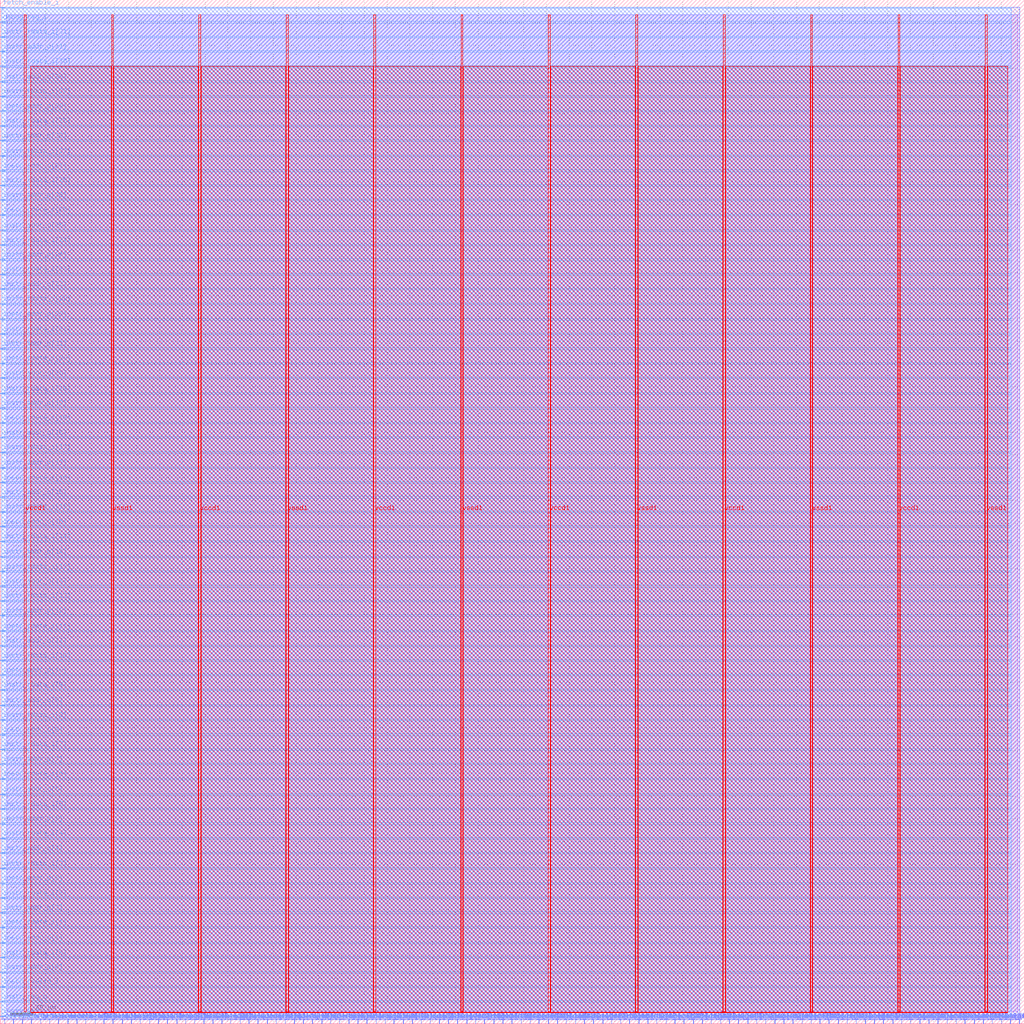
<source format=lef>
VERSION 5.7 ;
  NOWIREEXTENSIONATPIN ON ;
  DIVIDERCHAR "/" ;
  BUSBITCHARS "[]" ;
MACRO flexbex_core
  CLASS BLOCK ;
  FOREIGN flexbex_core ;
  ORIGIN 0.000 0.000 ;
  SIZE 900.000 BY 900.000 ;
  PIN clk_i
    DIRECTION INPUT ;
    USE SIGNAL ;
    PORT
      LAYER met2 ;
        RECT 3.770 0.000 4.050 4.000 ;
    END
  END clk_i
  PIN data_addr_o[0]
    DIRECTION OUTPUT TRISTATE ;
    USE SIGNAL ;
    PORT
      LAYER met2 ;
        RECT 51.150 0.000 51.430 4.000 ;
    END
  END data_addr_o[0]
  PIN data_addr_o[10]
    DIRECTION OUTPUT TRISTATE ;
    USE SIGNAL ;
    PORT
      LAYER met2 ;
        RECT 377.750 0.000 378.030 4.000 ;
    END
  END data_addr_o[10]
  PIN data_addr_o[11]
    DIRECTION OUTPUT TRISTATE ;
    USE SIGNAL ;
    PORT
      LAYER met2 ;
        RECT 401.670 0.000 401.950 4.000 ;
    END
  END data_addr_o[11]
  PIN data_addr_o[12]
    DIRECTION OUTPUT TRISTATE ;
    USE SIGNAL ;
    PORT
      LAYER met2 ;
        RECT 425.590 0.000 425.870 4.000 ;
    END
  END data_addr_o[12]
  PIN data_addr_o[13]
    DIRECTION OUTPUT TRISTATE ;
    USE SIGNAL ;
    PORT
      LAYER met2 ;
        RECT 449.510 0.000 449.790 4.000 ;
    END
  END data_addr_o[13]
  PIN data_addr_o[14]
    DIRECTION OUTPUT TRISTATE ;
    USE SIGNAL ;
    PORT
      LAYER met2 ;
        RECT 473.430 0.000 473.710 4.000 ;
    END
  END data_addr_o[14]
  PIN data_addr_o[15]
    DIRECTION OUTPUT TRISTATE ;
    USE SIGNAL ;
    PORT
      LAYER met2 ;
        RECT 497.350 0.000 497.630 4.000 ;
    END
  END data_addr_o[15]
  PIN data_addr_o[16]
    DIRECTION OUTPUT TRISTATE ;
    USE SIGNAL ;
    PORT
      LAYER met2 ;
        RECT 521.270 0.000 521.550 4.000 ;
    END
  END data_addr_o[16]
  PIN data_addr_o[17]
    DIRECTION OUTPUT TRISTATE ;
    USE SIGNAL ;
    PORT
      LAYER met2 ;
        RECT 545.190 0.000 545.470 4.000 ;
    END
  END data_addr_o[17]
  PIN data_addr_o[18]
    DIRECTION OUTPUT TRISTATE ;
    USE SIGNAL ;
    PORT
      LAYER met2 ;
        RECT 569.110 0.000 569.390 4.000 ;
    END
  END data_addr_o[18]
  PIN data_addr_o[19]
    DIRECTION OUTPUT TRISTATE ;
    USE SIGNAL ;
    PORT
      LAYER met2 ;
        RECT 593.030 0.000 593.310 4.000 ;
    END
  END data_addr_o[19]
  PIN data_addr_o[1]
    DIRECTION OUTPUT TRISTATE ;
    USE SIGNAL ;
    PORT
      LAYER met2 ;
        RECT 91.170 0.000 91.450 4.000 ;
    END
  END data_addr_o[1]
  PIN data_addr_o[20]
    DIRECTION OUTPUT TRISTATE ;
    USE SIGNAL ;
    PORT
      LAYER met2 ;
        RECT 616.950 0.000 617.230 4.000 ;
    END
  END data_addr_o[20]
  PIN data_addr_o[21]
    DIRECTION OUTPUT TRISTATE ;
    USE SIGNAL ;
    PORT
      LAYER met2 ;
        RECT 640.870 0.000 641.150 4.000 ;
    END
  END data_addr_o[21]
  PIN data_addr_o[22]
    DIRECTION OUTPUT TRISTATE ;
    USE SIGNAL ;
    PORT
      LAYER met2 ;
        RECT 664.790 0.000 665.070 4.000 ;
    END
  END data_addr_o[22]
  PIN data_addr_o[23]
    DIRECTION OUTPUT TRISTATE ;
    USE SIGNAL ;
    PORT
      LAYER met2 ;
        RECT 688.710 0.000 688.990 4.000 ;
    END
  END data_addr_o[23]
  PIN data_addr_o[24]
    DIRECTION OUTPUT TRISTATE ;
    USE SIGNAL ;
    PORT
      LAYER met2 ;
        RECT 712.630 0.000 712.910 4.000 ;
    END
  END data_addr_o[24]
  PIN data_addr_o[25]
    DIRECTION OUTPUT TRISTATE ;
    USE SIGNAL ;
    PORT
      LAYER met2 ;
        RECT 736.550 0.000 736.830 4.000 ;
    END
  END data_addr_o[25]
  PIN data_addr_o[26]
    DIRECTION OUTPUT TRISTATE ;
    USE SIGNAL ;
    PORT
      LAYER met2 ;
        RECT 760.470 0.000 760.750 4.000 ;
    END
  END data_addr_o[26]
  PIN data_addr_o[27]
    DIRECTION OUTPUT TRISTATE ;
    USE SIGNAL ;
    PORT
      LAYER met2 ;
        RECT 784.390 0.000 784.670 4.000 ;
    END
  END data_addr_o[27]
  PIN data_addr_o[28]
    DIRECTION OUTPUT TRISTATE ;
    USE SIGNAL ;
    PORT
      LAYER met2 ;
        RECT 808.310 0.000 808.590 4.000 ;
    END
  END data_addr_o[28]
  PIN data_addr_o[29]
    DIRECTION OUTPUT TRISTATE ;
    USE SIGNAL ;
    PORT
      LAYER met2 ;
        RECT 832.230 0.000 832.510 4.000 ;
    END
  END data_addr_o[29]
  PIN data_addr_o[2]
    DIRECTION OUTPUT TRISTATE ;
    USE SIGNAL ;
    PORT
      LAYER met2 ;
        RECT 131.190 0.000 131.470 4.000 ;
    END
  END data_addr_o[2]
  PIN data_addr_o[30]
    DIRECTION OUTPUT TRISTATE ;
    USE SIGNAL ;
    PORT
      LAYER met2 ;
        RECT 856.150 0.000 856.430 4.000 ;
    END
  END data_addr_o[30]
  PIN data_addr_o[31]
    DIRECTION OUTPUT TRISTATE ;
    USE SIGNAL ;
    PORT
      LAYER met2 ;
        RECT 880.070 0.000 880.350 4.000 ;
    END
  END data_addr_o[31]
  PIN data_addr_o[3]
    DIRECTION OUTPUT TRISTATE ;
    USE SIGNAL ;
    PORT
      LAYER met2 ;
        RECT 170.750 0.000 171.030 4.000 ;
    END
  END data_addr_o[3]
  PIN data_addr_o[4]
    DIRECTION OUTPUT TRISTATE ;
    USE SIGNAL ;
    PORT
      LAYER met2 ;
        RECT 210.770 0.000 211.050 4.000 ;
    END
  END data_addr_o[4]
  PIN data_addr_o[5]
    DIRECTION OUTPUT TRISTATE ;
    USE SIGNAL ;
    PORT
      LAYER met2 ;
        RECT 242.510 0.000 242.790 4.000 ;
    END
  END data_addr_o[5]
  PIN data_addr_o[6]
    DIRECTION OUTPUT TRISTATE ;
    USE SIGNAL ;
    PORT
      LAYER met2 ;
        RECT 274.250 0.000 274.530 4.000 ;
    END
  END data_addr_o[6]
  PIN data_addr_o[7]
    DIRECTION OUTPUT TRISTATE ;
    USE SIGNAL ;
    PORT
      LAYER met2 ;
        RECT 306.450 0.000 306.730 4.000 ;
    END
  END data_addr_o[7]
  PIN data_addr_o[8]
    DIRECTION OUTPUT TRISTATE ;
    USE SIGNAL ;
    PORT
      LAYER met2 ;
        RECT 330.370 0.000 330.650 4.000 ;
    END
  END data_addr_o[8]
  PIN data_addr_o[9]
    DIRECTION OUTPUT TRISTATE ;
    USE SIGNAL ;
    PORT
      LAYER met2 ;
        RECT 354.290 0.000 354.570 4.000 ;
    END
  END data_addr_o[9]
  PIN data_be_o[0]
    DIRECTION OUTPUT TRISTATE ;
    USE SIGNAL ;
    PORT
      LAYER met2 ;
        RECT 59.430 0.000 59.710 4.000 ;
    END
  END data_be_o[0]
  PIN data_be_o[1]
    DIRECTION OUTPUT TRISTATE ;
    USE SIGNAL ;
    PORT
      LAYER met2 ;
        RECT 98.990 0.000 99.270 4.000 ;
    END
  END data_be_o[1]
  PIN data_be_o[2]
    DIRECTION OUTPUT TRISTATE ;
    USE SIGNAL ;
    PORT
      LAYER met2 ;
        RECT 139.010 0.000 139.290 4.000 ;
    END
  END data_be_o[2]
  PIN data_be_o[3]
    DIRECTION OUTPUT TRISTATE ;
    USE SIGNAL ;
    PORT
      LAYER met2 ;
        RECT 179.030 0.000 179.310 4.000 ;
    END
  END data_be_o[3]
  PIN data_gnt_i
    DIRECTION INPUT ;
    USE SIGNAL ;
    PORT
      LAYER met2 ;
        RECT 19.410 0.000 19.690 4.000 ;
    END
  END data_gnt_i
  PIN data_rdata_i[0]
    DIRECTION INPUT ;
    USE SIGNAL ;
    PORT
      LAYER met2 ;
        RECT 67.250 0.000 67.530 4.000 ;
    END
  END data_rdata_i[0]
  PIN data_rdata_i[10]
    DIRECTION INPUT ;
    USE SIGNAL ;
    PORT
      LAYER met2 ;
        RECT 386.030 0.000 386.310 4.000 ;
    END
  END data_rdata_i[10]
  PIN data_rdata_i[11]
    DIRECTION INPUT ;
    USE SIGNAL ;
    PORT
      LAYER met2 ;
        RECT 409.950 0.000 410.230 4.000 ;
    END
  END data_rdata_i[11]
  PIN data_rdata_i[12]
    DIRECTION INPUT ;
    USE SIGNAL ;
    PORT
      LAYER met2 ;
        RECT 433.870 0.000 434.150 4.000 ;
    END
  END data_rdata_i[12]
  PIN data_rdata_i[13]
    DIRECTION INPUT ;
    USE SIGNAL ;
    PORT
      LAYER met2 ;
        RECT 457.790 0.000 458.070 4.000 ;
    END
  END data_rdata_i[13]
  PIN data_rdata_i[14]
    DIRECTION INPUT ;
    USE SIGNAL ;
    PORT
      LAYER met2 ;
        RECT 481.710 0.000 481.990 4.000 ;
    END
  END data_rdata_i[14]
  PIN data_rdata_i[15]
    DIRECTION INPUT ;
    USE SIGNAL ;
    PORT
      LAYER met2 ;
        RECT 505.630 0.000 505.910 4.000 ;
    END
  END data_rdata_i[15]
  PIN data_rdata_i[16]
    DIRECTION INPUT ;
    USE SIGNAL ;
    PORT
      LAYER met2 ;
        RECT 529.550 0.000 529.830 4.000 ;
    END
  END data_rdata_i[16]
  PIN data_rdata_i[17]
    DIRECTION INPUT ;
    USE SIGNAL ;
    PORT
      LAYER met2 ;
        RECT 553.010 0.000 553.290 4.000 ;
    END
  END data_rdata_i[17]
  PIN data_rdata_i[18]
    DIRECTION INPUT ;
    USE SIGNAL ;
    PORT
      LAYER met2 ;
        RECT 576.930 0.000 577.210 4.000 ;
    END
  END data_rdata_i[18]
  PIN data_rdata_i[19]
    DIRECTION INPUT ;
    USE SIGNAL ;
    PORT
      LAYER met2 ;
        RECT 600.850 0.000 601.130 4.000 ;
    END
  END data_rdata_i[19]
  PIN data_rdata_i[1]
    DIRECTION INPUT ;
    USE SIGNAL ;
    PORT
      LAYER met2 ;
        RECT 107.270 0.000 107.550 4.000 ;
    END
  END data_rdata_i[1]
  PIN data_rdata_i[20]
    DIRECTION INPUT ;
    USE SIGNAL ;
    PORT
      LAYER met2 ;
        RECT 624.770 0.000 625.050 4.000 ;
    END
  END data_rdata_i[20]
  PIN data_rdata_i[21]
    DIRECTION INPUT ;
    USE SIGNAL ;
    PORT
      LAYER met2 ;
        RECT 648.690 0.000 648.970 4.000 ;
    END
  END data_rdata_i[21]
  PIN data_rdata_i[22]
    DIRECTION INPUT ;
    USE SIGNAL ;
    PORT
      LAYER met2 ;
        RECT 672.610 0.000 672.890 4.000 ;
    END
  END data_rdata_i[22]
  PIN data_rdata_i[23]
    DIRECTION INPUT ;
    USE SIGNAL ;
    PORT
      LAYER met2 ;
        RECT 696.530 0.000 696.810 4.000 ;
    END
  END data_rdata_i[23]
  PIN data_rdata_i[24]
    DIRECTION INPUT ;
    USE SIGNAL ;
    PORT
      LAYER met2 ;
        RECT 720.450 0.000 720.730 4.000 ;
    END
  END data_rdata_i[24]
  PIN data_rdata_i[25]
    DIRECTION INPUT ;
    USE SIGNAL ;
    PORT
      LAYER met2 ;
        RECT 744.370 0.000 744.650 4.000 ;
    END
  END data_rdata_i[25]
  PIN data_rdata_i[26]
    DIRECTION INPUT ;
    USE SIGNAL ;
    PORT
      LAYER met2 ;
        RECT 768.290 0.000 768.570 4.000 ;
    END
  END data_rdata_i[26]
  PIN data_rdata_i[27]
    DIRECTION INPUT ;
    USE SIGNAL ;
    PORT
      LAYER met2 ;
        RECT 792.210 0.000 792.490 4.000 ;
    END
  END data_rdata_i[27]
  PIN data_rdata_i[28]
    DIRECTION INPUT ;
    USE SIGNAL ;
    PORT
      LAYER met2 ;
        RECT 816.130 0.000 816.410 4.000 ;
    END
  END data_rdata_i[28]
  PIN data_rdata_i[29]
    DIRECTION INPUT ;
    USE SIGNAL ;
    PORT
      LAYER met2 ;
        RECT 840.050 0.000 840.330 4.000 ;
    END
  END data_rdata_i[29]
  PIN data_rdata_i[2]
    DIRECTION INPUT ;
    USE SIGNAL ;
    PORT
      LAYER met2 ;
        RECT 146.830 0.000 147.110 4.000 ;
    END
  END data_rdata_i[2]
  PIN data_rdata_i[30]
    DIRECTION INPUT ;
    USE SIGNAL ;
    PORT
      LAYER met2 ;
        RECT 863.970 0.000 864.250 4.000 ;
    END
  END data_rdata_i[30]
  PIN data_rdata_i[31]
    DIRECTION INPUT ;
    USE SIGNAL ;
    PORT
      LAYER met2 ;
        RECT 887.890 0.000 888.170 4.000 ;
    END
  END data_rdata_i[31]
  PIN data_rdata_i[3]
    DIRECTION INPUT ;
    USE SIGNAL ;
    PORT
      LAYER met2 ;
        RECT 186.850 0.000 187.130 4.000 ;
    END
  END data_rdata_i[3]
  PIN data_rdata_i[4]
    DIRECTION INPUT ;
    USE SIGNAL ;
    PORT
      LAYER met2 ;
        RECT 218.590 0.000 218.870 4.000 ;
    END
  END data_rdata_i[4]
  PIN data_rdata_i[5]
    DIRECTION INPUT ;
    USE SIGNAL ;
    PORT
      LAYER met2 ;
        RECT 250.330 0.000 250.610 4.000 ;
    END
  END data_rdata_i[5]
  PIN data_rdata_i[6]
    DIRECTION INPUT ;
    USE SIGNAL ;
    PORT
      LAYER met2 ;
        RECT 282.530 0.000 282.810 4.000 ;
    END
  END data_rdata_i[6]
  PIN data_rdata_i[7]
    DIRECTION INPUT ;
    USE SIGNAL ;
    PORT
      LAYER met2 ;
        RECT 314.270 0.000 314.550 4.000 ;
    END
  END data_rdata_i[7]
  PIN data_rdata_i[8]
    DIRECTION INPUT ;
    USE SIGNAL ;
    PORT
      LAYER met2 ;
        RECT 338.190 0.000 338.470 4.000 ;
    END
  END data_rdata_i[8]
  PIN data_rdata_i[9]
    DIRECTION INPUT ;
    USE SIGNAL ;
    PORT
      LAYER met2 ;
        RECT 362.110 0.000 362.390 4.000 ;
    END
  END data_rdata_i[9]
  PIN data_req_o
    DIRECTION OUTPUT TRISTATE ;
    USE SIGNAL ;
    PORT
      LAYER met2 ;
        RECT 27.230 0.000 27.510 4.000 ;
    END
  END data_req_o
  PIN data_rvalid_i
    DIRECTION INPUT ;
    USE SIGNAL ;
    PORT
      LAYER met2 ;
        RECT 35.510 0.000 35.790 4.000 ;
    END
  END data_rvalid_i
  PIN data_wdata_intg_o[0]
    DIRECTION OUTPUT TRISTATE ;
    USE SIGNAL ;
    PORT
      LAYER met2 ;
        RECT 75.070 0.000 75.350 4.000 ;
    END
  END data_wdata_intg_o[0]
  PIN data_wdata_intg_o[1]
    DIRECTION OUTPUT TRISTATE ;
    USE SIGNAL ;
    PORT
      LAYER met2 ;
        RECT 115.090 0.000 115.370 4.000 ;
    END
  END data_wdata_intg_o[1]
  PIN data_wdata_intg_o[2]
    DIRECTION OUTPUT TRISTATE ;
    USE SIGNAL ;
    PORT
      LAYER met2 ;
        RECT 155.110 0.000 155.390 4.000 ;
    END
  END data_wdata_intg_o[2]
  PIN data_wdata_intg_o[3]
    DIRECTION OUTPUT TRISTATE ;
    USE SIGNAL ;
    PORT
      LAYER met2 ;
        RECT 194.670 0.000 194.950 4.000 ;
    END
  END data_wdata_intg_o[3]
  PIN data_wdata_intg_o[4]
    DIRECTION OUTPUT TRISTATE ;
    USE SIGNAL ;
    PORT
      LAYER met2 ;
        RECT 226.410 0.000 226.690 4.000 ;
    END
  END data_wdata_intg_o[4]
  PIN data_wdata_intg_o[5]
    DIRECTION OUTPUT TRISTATE ;
    USE SIGNAL ;
    PORT
      LAYER met2 ;
        RECT 258.610 0.000 258.890 4.000 ;
    END
  END data_wdata_intg_o[5]
  PIN data_wdata_intg_o[6]
    DIRECTION OUTPUT TRISTATE ;
    USE SIGNAL ;
    PORT
      LAYER met2 ;
        RECT 290.350 0.000 290.630 4.000 ;
    END
  END data_wdata_intg_o[6]
  PIN data_wdata_o[0]
    DIRECTION OUTPUT TRISTATE ;
    USE SIGNAL ;
    PORT
      LAYER met2 ;
        RECT 83.350 0.000 83.630 4.000 ;
    END
  END data_wdata_o[0]
  PIN data_wdata_o[10]
    DIRECTION OUTPUT TRISTATE ;
    USE SIGNAL ;
    PORT
      LAYER met2 ;
        RECT 393.850 0.000 394.130 4.000 ;
    END
  END data_wdata_o[10]
  PIN data_wdata_o[11]
    DIRECTION OUTPUT TRISTATE ;
    USE SIGNAL ;
    PORT
      LAYER met2 ;
        RECT 417.770 0.000 418.050 4.000 ;
    END
  END data_wdata_o[11]
  PIN data_wdata_o[12]
    DIRECTION OUTPUT TRISTATE ;
    USE SIGNAL ;
    PORT
      LAYER met2 ;
        RECT 441.690 0.000 441.970 4.000 ;
    END
  END data_wdata_o[12]
  PIN data_wdata_o[13]
    DIRECTION OUTPUT TRISTATE ;
    USE SIGNAL ;
    PORT
      LAYER met2 ;
        RECT 465.610 0.000 465.890 4.000 ;
    END
  END data_wdata_o[13]
  PIN data_wdata_o[14]
    DIRECTION OUTPUT TRISTATE ;
    USE SIGNAL ;
    PORT
      LAYER met2 ;
        RECT 489.530 0.000 489.810 4.000 ;
    END
  END data_wdata_o[14]
  PIN data_wdata_o[15]
    DIRECTION OUTPUT TRISTATE ;
    USE SIGNAL ;
    PORT
      LAYER met2 ;
        RECT 513.450 0.000 513.730 4.000 ;
    END
  END data_wdata_o[15]
  PIN data_wdata_o[16]
    DIRECTION OUTPUT TRISTATE ;
    USE SIGNAL ;
    PORT
      LAYER met2 ;
        RECT 537.370 0.000 537.650 4.000 ;
    END
  END data_wdata_o[16]
  PIN data_wdata_o[17]
    DIRECTION OUTPUT TRISTATE ;
    USE SIGNAL ;
    PORT
      LAYER met2 ;
        RECT 561.290 0.000 561.570 4.000 ;
    END
  END data_wdata_o[17]
  PIN data_wdata_o[18]
    DIRECTION OUTPUT TRISTATE ;
    USE SIGNAL ;
    PORT
      LAYER met2 ;
        RECT 585.210 0.000 585.490 4.000 ;
    END
  END data_wdata_o[18]
  PIN data_wdata_o[19]
    DIRECTION OUTPUT TRISTATE ;
    USE SIGNAL ;
    PORT
      LAYER met2 ;
        RECT 609.130 0.000 609.410 4.000 ;
    END
  END data_wdata_o[19]
  PIN data_wdata_o[1]
    DIRECTION OUTPUT TRISTATE ;
    USE SIGNAL ;
    PORT
      LAYER met2 ;
        RECT 122.910 0.000 123.190 4.000 ;
    END
  END data_wdata_o[1]
  PIN data_wdata_o[20]
    DIRECTION OUTPUT TRISTATE ;
    USE SIGNAL ;
    PORT
      LAYER met2 ;
        RECT 633.050 0.000 633.330 4.000 ;
    END
  END data_wdata_o[20]
  PIN data_wdata_o[21]
    DIRECTION OUTPUT TRISTATE ;
    USE SIGNAL ;
    PORT
      LAYER met2 ;
        RECT 656.970 0.000 657.250 4.000 ;
    END
  END data_wdata_o[21]
  PIN data_wdata_o[22]
    DIRECTION OUTPUT TRISTATE ;
    USE SIGNAL ;
    PORT
      LAYER met2 ;
        RECT 680.890 0.000 681.170 4.000 ;
    END
  END data_wdata_o[22]
  PIN data_wdata_o[23]
    DIRECTION OUTPUT TRISTATE ;
    USE SIGNAL ;
    PORT
      LAYER met2 ;
        RECT 704.810 0.000 705.090 4.000 ;
    END
  END data_wdata_o[23]
  PIN data_wdata_o[24]
    DIRECTION OUTPUT TRISTATE ;
    USE SIGNAL ;
    PORT
      LAYER met2 ;
        RECT 728.270 0.000 728.550 4.000 ;
    END
  END data_wdata_o[24]
  PIN data_wdata_o[25]
    DIRECTION OUTPUT TRISTATE ;
    USE SIGNAL ;
    PORT
      LAYER met2 ;
        RECT 752.190 0.000 752.470 4.000 ;
    END
  END data_wdata_o[25]
  PIN data_wdata_o[26]
    DIRECTION OUTPUT TRISTATE ;
    USE SIGNAL ;
    PORT
      LAYER met2 ;
        RECT 776.110 0.000 776.390 4.000 ;
    END
  END data_wdata_o[26]
  PIN data_wdata_o[27]
    DIRECTION OUTPUT TRISTATE ;
    USE SIGNAL ;
    PORT
      LAYER met2 ;
        RECT 800.030 0.000 800.310 4.000 ;
    END
  END data_wdata_o[27]
  PIN data_wdata_o[28]
    DIRECTION OUTPUT TRISTATE ;
    USE SIGNAL ;
    PORT
      LAYER met2 ;
        RECT 823.950 0.000 824.230 4.000 ;
    END
  END data_wdata_o[28]
  PIN data_wdata_o[29]
    DIRECTION OUTPUT TRISTATE ;
    USE SIGNAL ;
    PORT
      LAYER met2 ;
        RECT 847.870 0.000 848.150 4.000 ;
    END
  END data_wdata_o[29]
  PIN data_wdata_o[2]
    DIRECTION OUTPUT TRISTATE ;
    USE SIGNAL ;
    PORT
      LAYER met2 ;
        RECT 162.930 0.000 163.210 4.000 ;
    END
  END data_wdata_o[2]
  PIN data_wdata_o[30]
    DIRECTION OUTPUT TRISTATE ;
    USE SIGNAL ;
    PORT
      LAYER met2 ;
        RECT 871.790 0.000 872.070 4.000 ;
    END
  END data_wdata_o[30]
  PIN data_wdata_o[31]
    DIRECTION OUTPUT TRISTATE ;
    USE SIGNAL ;
    PORT
      LAYER met2 ;
        RECT 895.710 0.000 895.990 4.000 ;
    END
  END data_wdata_o[31]
  PIN data_wdata_o[3]
    DIRECTION OUTPUT TRISTATE ;
    USE SIGNAL ;
    PORT
      LAYER met2 ;
        RECT 202.490 0.000 202.770 4.000 ;
    END
  END data_wdata_o[3]
  PIN data_wdata_o[4]
    DIRECTION OUTPUT TRISTATE ;
    USE SIGNAL ;
    PORT
      LAYER met2 ;
        RECT 234.690 0.000 234.970 4.000 ;
    END
  END data_wdata_o[4]
  PIN data_wdata_o[5]
    DIRECTION OUTPUT TRISTATE ;
    USE SIGNAL ;
    PORT
      LAYER met2 ;
        RECT 266.430 0.000 266.710 4.000 ;
    END
  END data_wdata_o[5]
  PIN data_wdata_o[6]
    DIRECTION OUTPUT TRISTATE ;
    USE SIGNAL ;
    PORT
      LAYER met2 ;
        RECT 298.170 0.000 298.450 4.000 ;
    END
  END data_wdata_o[6]
  PIN data_wdata_o[7]
    DIRECTION OUTPUT TRISTATE ;
    USE SIGNAL ;
    PORT
      LAYER met2 ;
        RECT 322.090 0.000 322.370 4.000 ;
    END
  END data_wdata_o[7]
  PIN data_wdata_o[8]
    DIRECTION OUTPUT TRISTATE ;
    USE SIGNAL ;
    PORT
      LAYER met2 ;
        RECT 346.010 0.000 346.290 4.000 ;
    END
  END data_wdata_o[8]
  PIN data_wdata_o[9]
    DIRECTION OUTPUT TRISTATE ;
    USE SIGNAL ;
    PORT
      LAYER met2 ;
        RECT 369.930 0.000 370.210 4.000 ;
    END
  END data_wdata_o[9]
  PIN data_we_o
    DIRECTION OUTPUT TRISTATE ;
    USE SIGNAL ;
    PORT
      LAYER met2 ;
        RECT 43.330 0.000 43.610 4.000 ;
    END
  END data_we_o
  PIN debug_req_i
    DIRECTION INPUT ;
    USE SIGNAL ;
    PORT
      LAYER met3 ;
        RECT 0.000 879.960 4.000 880.560 ;
    END
  END debug_req_i
  PIN fetch_enable_i
    DIRECTION INPUT ;
    USE SIGNAL ;
    PORT
      LAYER met3 ;
        RECT 0.000 892.880 4.000 893.480 ;
    END
  END fetch_enable_i
  PIN instr_addr_o[0]
    DIRECTION OUTPUT TRISTATE ;
    USE SIGNAL ;
    PORT
      LAYER met3 ;
        RECT 0.000 44.920 4.000 45.520 ;
    END
  END instr_addr_o[0]
  PIN instr_addr_o[10]
    DIRECTION OUTPUT TRISTATE ;
    USE SIGNAL ;
    PORT
      LAYER met3 ;
        RECT 0.000 306.040 4.000 306.640 ;
    END
  END instr_addr_o[10]
  PIN instr_addr_o[11]
    DIRECTION OUTPUT TRISTATE ;
    USE SIGNAL ;
    PORT
      LAYER met3 ;
        RECT 0.000 331.880 4.000 332.480 ;
    END
  END instr_addr_o[11]
  PIN instr_addr_o[12]
    DIRECTION OUTPUT TRISTATE ;
    USE SIGNAL ;
    PORT
      LAYER met3 ;
        RECT 0.000 358.400 4.000 359.000 ;
    END
  END instr_addr_o[12]
  PIN instr_addr_o[13]
    DIRECTION OUTPUT TRISTATE ;
    USE SIGNAL ;
    PORT
      LAYER met3 ;
        RECT 0.000 384.240 4.000 384.840 ;
    END
  END instr_addr_o[13]
  PIN instr_addr_o[14]
    DIRECTION OUTPUT TRISTATE ;
    USE SIGNAL ;
    PORT
      LAYER met3 ;
        RECT 0.000 410.080 4.000 410.680 ;
    END
  END instr_addr_o[14]
  PIN instr_addr_o[15]
    DIRECTION OUTPUT TRISTATE ;
    USE SIGNAL ;
    PORT
      LAYER met3 ;
        RECT 0.000 436.600 4.000 437.200 ;
    END
  END instr_addr_o[15]
  PIN instr_addr_o[16]
    DIRECTION OUTPUT TRISTATE ;
    USE SIGNAL ;
    PORT
      LAYER met3 ;
        RECT 0.000 462.440 4.000 463.040 ;
    END
  END instr_addr_o[16]
  PIN instr_addr_o[17]
    DIRECTION OUTPUT TRISTATE ;
    USE SIGNAL ;
    PORT
      LAYER met3 ;
        RECT 0.000 488.280 4.000 488.880 ;
    END
  END instr_addr_o[17]
  PIN instr_addr_o[18]
    DIRECTION OUTPUT TRISTATE ;
    USE SIGNAL ;
    PORT
      LAYER met3 ;
        RECT 0.000 514.800 4.000 515.400 ;
    END
  END instr_addr_o[18]
  PIN instr_addr_o[19]
    DIRECTION OUTPUT TRISTATE ;
    USE SIGNAL ;
    PORT
      LAYER met3 ;
        RECT 0.000 540.640 4.000 541.240 ;
    END
  END instr_addr_o[19]
  PIN instr_addr_o[1]
    DIRECTION OUTPUT TRISTATE ;
    USE SIGNAL ;
    PORT
      LAYER met3 ;
        RECT 0.000 70.760 4.000 71.360 ;
    END
  END instr_addr_o[1]
  PIN instr_addr_o[20]
    DIRECTION OUTPUT TRISTATE ;
    USE SIGNAL ;
    PORT
      LAYER met3 ;
        RECT 0.000 567.160 4.000 567.760 ;
    END
  END instr_addr_o[20]
  PIN instr_addr_o[21]
    DIRECTION OUTPUT TRISTATE ;
    USE SIGNAL ;
    PORT
      LAYER met3 ;
        RECT 0.000 593.000 4.000 593.600 ;
    END
  END instr_addr_o[21]
  PIN instr_addr_o[22]
    DIRECTION OUTPUT TRISTATE ;
    USE SIGNAL ;
    PORT
      LAYER met3 ;
        RECT 0.000 618.840 4.000 619.440 ;
    END
  END instr_addr_o[22]
  PIN instr_addr_o[23]
    DIRECTION OUTPUT TRISTATE ;
    USE SIGNAL ;
    PORT
      LAYER met3 ;
        RECT 0.000 645.360 4.000 645.960 ;
    END
  END instr_addr_o[23]
  PIN instr_addr_o[24]
    DIRECTION OUTPUT TRISTATE ;
    USE SIGNAL ;
    PORT
      LAYER met3 ;
        RECT 0.000 671.200 4.000 671.800 ;
    END
  END instr_addr_o[24]
  PIN instr_addr_o[25]
    DIRECTION OUTPUT TRISTATE ;
    USE SIGNAL ;
    PORT
      LAYER met3 ;
        RECT 0.000 697.040 4.000 697.640 ;
    END
  END instr_addr_o[25]
  PIN instr_addr_o[26]
    DIRECTION OUTPUT TRISTATE ;
    USE SIGNAL ;
    PORT
      LAYER met3 ;
        RECT 0.000 723.560 4.000 724.160 ;
    END
  END instr_addr_o[26]
  PIN instr_addr_o[27]
    DIRECTION OUTPUT TRISTATE ;
    USE SIGNAL ;
    PORT
      LAYER met3 ;
        RECT 0.000 749.400 4.000 750.000 ;
    END
  END instr_addr_o[27]
  PIN instr_addr_o[28]
    DIRECTION OUTPUT TRISTATE ;
    USE SIGNAL ;
    PORT
      LAYER met3 ;
        RECT 0.000 775.920 4.000 776.520 ;
    END
  END instr_addr_o[28]
  PIN instr_addr_o[29]
    DIRECTION OUTPUT TRISTATE ;
    USE SIGNAL ;
    PORT
      LAYER met3 ;
        RECT 0.000 801.760 4.000 802.360 ;
    END
  END instr_addr_o[29]
  PIN instr_addr_o[2]
    DIRECTION OUTPUT TRISTATE ;
    USE SIGNAL ;
    PORT
      LAYER met3 ;
        RECT 0.000 97.280 4.000 97.880 ;
    END
  END instr_addr_o[2]
  PIN instr_addr_o[30]
    DIRECTION OUTPUT TRISTATE ;
    USE SIGNAL ;
    PORT
      LAYER met3 ;
        RECT 0.000 827.600 4.000 828.200 ;
    END
  END instr_addr_o[30]
  PIN instr_addr_o[31]
    DIRECTION OUTPUT TRISTATE ;
    USE SIGNAL ;
    PORT
      LAYER met3 ;
        RECT 0.000 854.120 4.000 854.720 ;
    END
  END instr_addr_o[31]
  PIN instr_addr_o[3]
    DIRECTION OUTPUT TRISTATE ;
    USE SIGNAL ;
    PORT
      LAYER met3 ;
        RECT 0.000 123.120 4.000 123.720 ;
    END
  END instr_addr_o[3]
  PIN instr_addr_o[4]
    DIRECTION OUTPUT TRISTATE ;
    USE SIGNAL ;
    PORT
      LAYER met3 ;
        RECT 0.000 149.640 4.000 150.240 ;
    END
  END instr_addr_o[4]
  PIN instr_addr_o[5]
    DIRECTION OUTPUT TRISTATE ;
    USE SIGNAL ;
    PORT
      LAYER met3 ;
        RECT 0.000 175.480 4.000 176.080 ;
    END
  END instr_addr_o[5]
  PIN instr_addr_o[6]
    DIRECTION OUTPUT TRISTATE ;
    USE SIGNAL ;
    PORT
      LAYER met3 ;
        RECT 0.000 201.320 4.000 201.920 ;
    END
  END instr_addr_o[6]
  PIN instr_addr_o[7]
    DIRECTION OUTPUT TRISTATE ;
    USE SIGNAL ;
    PORT
      LAYER met3 ;
        RECT 0.000 227.840 4.000 228.440 ;
    END
  END instr_addr_o[7]
  PIN instr_addr_o[8]
    DIRECTION OUTPUT TRISTATE ;
    USE SIGNAL ;
    PORT
      LAYER met3 ;
        RECT 0.000 253.680 4.000 254.280 ;
    END
  END instr_addr_o[8]
  PIN instr_addr_o[9]
    DIRECTION OUTPUT TRISTATE ;
    USE SIGNAL ;
    PORT
      LAYER met3 ;
        RECT 0.000 279.520 4.000 280.120 ;
    END
  END instr_addr_o[9]
  PIN instr_gnt_i
    DIRECTION INPUT ;
    USE SIGNAL ;
    PORT
      LAYER met3 ;
        RECT 0.000 6.160 4.000 6.760 ;
    END
  END instr_gnt_i
  PIN instr_rdata_i[0]
    DIRECTION INPUT ;
    USE SIGNAL ;
    PORT
      LAYER met3 ;
        RECT 0.000 57.840 4.000 58.440 ;
    END
  END instr_rdata_i[0]
  PIN instr_rdata_i[10]
    DIRECTION INPUT ;
    USE SIGNAL ;
    PORT
      LAYER met3 ;
        RECT 0.000 318.960 4.000 319.560 ;
    END
  END instr_rdata_i[10]
  PIN instr_rdata_i[11]
    DIRECTION INPUT ;
    USE SIGNAL ;
    PORT
      LAYER met3 ;
        RECT 0.000 344.800 4.000 345.400 ;
    END
  END instr_rdata_i[11]
  PIN instr_rdata_i[12]
    DIRECTION INPUT ;
    USE SIGNAL ;
    PORT
      LAYER met3 ;
        RECT 0.000 371.320 4.000 371.920 ;
    END
  END instr_rdata_i[12]
  PIN instr_rdata_i[13]
    DIRECTION INPUT ;
    USE SIGNAL ;
    PORT
      LAYER met3 ;
        RECT 0.000 397.160 4.000 397.760 ;
    END
  END instr_rdata_i[13]
  PIN instr_rdata_i[14]
    DIRECTION INPUT ;
    USE SIGNAL ;
    PORT
      LAYER met3 ;
        RECT 0.000 423.680 4.000 424.280 ;
    END
  END instr_rdata_i[14]
  PIN instr_rdata_i[15]
    DIRECTION INPUT ;
    USE SIGNAL ;
    PORT
      LAYER met3 ;
        RECT 0.000 449.520 4.000 450.120 ;
    END
  END instr_rdata_i[15]
  PIN instr_rdata_i[16]
    DIRECTION INPUT ;
    USE SIGNAL ;
    PORT
      LAYER met3 ;
        RECT 0.000 475.360 4.000 475.960 ;
    END
  END instr_rdata_i[16]
  PIN instr_rdata_i[17]
    DIRECTION INPUT ;
    USE SIGNAL ;
    PORT
      LAYER met3 ;
        RECT 0.000 501.880 4.000 502.480 ;
    END
  END instr_rdata_i[17]
  PIN instr_rdata_i[18]
    DIRECTION INPUT ;
    USE SIGNAL ;
    PORT
      LAYER met3 ;
        RECT 0.000 527.720 4.000 528.320 ;
    END
  END instr_rdata_i[18]
  PIN instr_rdata_i[19]
    DIRECTION INPUT ;
    USE SIGNAL ;
    PORT
      LAYER met3 ;
        RECT 0.000 553.560 4.000 554.160 ;
    END
  END instr_rdata_i[19]
  PIN instr_rdata_i[1]
    DIRECTION INPUT ;
    USE SIGNAL ;
    PORT
      LAYER met3 ;
        RECT 0.000 84.360 4.000 84.960 ;
    END
  END instr_rdata_i[1]
  PIN instr_rdata_i[20]
    DIRECTION INPUT ;
    USE SIGNAL ;
    PORT
      LAYER met3 ;
        RECT 0.000 580.080 4.000 580.680 ;
    END
  END instr_rdata_i[20]
  PIN instr_rdata_i[21]
    DIRECTION INPUT ;
    USE SIGNAL ;
    PORT
      LAYER met3 ;
        RECT 0.000 605.920 4.000 606.520 ;
    END
  END instr_rdata_i[21]
  PIN instr_rdata_i[22]
    DIRECTION INPUT ;
    USE SIGNAL ;
    PORT
      LAYER met3 ;
        RECT 0.000 632.440 4.000 633.040 ;
    END
  END instr_rdata_i[22]
  PIN instr_rdata_i[23]
    DIRECTION INPUT ;
    USE SIGNAL ;
    PORT
      LAYER met3 ;
        RECT 0.000 658.280 4.000 658.880 ;
    END
  END instr_rdata_i[23]
  PIN instr_rdata_i[24]
    DIRECTION INPUT ;
    USE SIGNAL ;
    PORT
      LAYER met3 ;
        RECT 0.000 684.120 4.000 684.720 ;
    END
  END instr_rdata_i[24]
  PIN instr_rdata_i[25]
    DIRECTION INPUT ;
    USE SIGNAL ;
    PORT
      LAYER met3 ;
        RECT 0.000 710.640 4.000 711.240 ;
    END
  END instr_rdata_i[25]
  PIN instr_rdata_i[26]
    DIRECTION INPUT ;
    USE SIGNAL ;
    PORT
      LAYER met3 ;
        RECT 0.000 736.480 4.000 737.080 ;
    END
  END instr_rdata_i[26]
  PIN instr_rdata_i[27]
    DIRECTION INPUT ;
    USE SIGNAL ;
    PORT
      LAYER met3 ;
        RECT 0.000 762.320 4.000 762.920 ;
    END
  END instr_rdata_i[27]
  PIN instr_rdata_i[28]
    DIRECTION INPUT ;
    USE SIGNAL ;
    PORT
      LAYER met3 ;
        RECT 0.000 788.840 4.000 789.440 ;
    END
  END instr_rdata_i[28]
  PIN instr_rdata_i[29]
    DIRECTION INPUT ;
    USE SIGNAL ;
    PORT
      LAYER met3 ;
        RECT 0.000 814.680 4.000 815.280 ;
    END
  END instr_rdata_i[29]
  PIN instr_rdata_i[2]
    DIRECTION INPUT ;
    USE SIGNAL ;
    PORT
      LAYER met3 ;
        RECT 0.000 110.200 4.000 110.800 ;
    END
  END instr_rdata_i[2]
  PIN instr_rdata_i[30]
    DIRECTION INPUT ;
    USE SIGNAL ;
    PORT
      LAYER met3 ;
        RECT 0.000 841.200 4.000 841.800 ;
    END
  END instr_rdata_i[30]
  PIN instr_rdata_i[31]
    DIRECTION INPUT ;
    USE SIGNAL ;
    PORT
      LAYER met3 ;
        RECT 0.000 867.040 4.000 867.640 ;
    END
  END instr_rdata_i[31]
  PIN instr_rdata_i[3]
    DIRECTION INPUT ;
    USE SIGNAL ;
    PORT
      LAYER met3 ;
        RECT 0.000 136.040 4.000 136.640 ;
    END
  END instr_rdata_i[3]
  PIN instr_rdata_i[4]
    DIRECTION INPUT ;
    USE SIGNAL ;
    PORT
      LAYER met3 ;
        RECT 0.000 162.560 4.000 163.160 ;
    END
  END instr_rdata_i[4]
  PIN instr_rdata_i[5]
    DIRECTION INPUT ;
    USE SIGNAL ;
    PORT
      LAYER met3 ;
        RECT 0.000 188.400 4.000 189.000 ;
    END
  END instr_rdata_i[5]
  PIN instr_rdata_i[6]
    DIRECTION INPUT ;
    USE SIGNAL ;
    PORT
      LAYER met3 ;
        RECT 0.000 214.920 4.000 215.520 ;
    END
  END instr_rdata_i[6]
  PIN instr_rdata_i[7]
    DIRECTION INPUT ;
    USE SIGNAL ;
    PORT
      LAYER met3 ;
        RECT 0.000 240.760 4.000 241.360 ;
    END
  END instr_rdata_i[7]
  PIN instr_rdata_i[8]
    DIRECTION INPUT ;
    USE SIGNAL ;
    PORT
      LAYER met3 ;
        RECT 0.000 266.600 4.000 267.200 ;
    END
  END instr_rdata_i[8]
  PIN instr_rdata_i[9]
    DIRECTION INPUT ;
    USE SIGNAL ;
    PORT
      LAYER met3 ;
        RECT 0.000 293.120 4.000 293.720 ;
    END
  END instr_rdata_i[9]
  PIN instr_req_o
    DIRECTION OUTPUT TRISTATE ;
    USE SIGNAL ;
    PORT
      LAYER met3 ;
        RECT 0.000 19.080 4.000 19.680 ;
    END
  END instr_req_o
  PIN instr_rvalid_i
    DIRECTION INPUT ;
    USE SIGNAL ;
    PORT
      LAYER met3 ;
        RECT 0.000 32.000 4.000 32.600 ;
    END
  END instr_rvalid_i
  PIN rst_i
    DIRECTION INPUT ;
    USE SIGNAL ;
    PORT
      LAYER met2 ;
        RECT 11.590 0.000 11.870 4.000 ;
    END
  END rst_i
  PIN vccd1
    DIRECTION INPUT ;
    USE POWER ;
    PORT
      LAYER met4 ;
        RECT 21.040 10.640 22.640 886.960 ;
    END
    PORT
      LAYER met4 ;
        RECT 174.640 10.640 176.240 886.960 ;
    END
    PORT
      LAYER met4 ;
        RECT 328.240 10.640 329.840 886.960 ;
    END
    PORT
      LAYER met4 ;
        RECT 481.840 10.640 483.440 886.960 ;
    END
    PORT
      LAYER met4 ;
        RECT 635.440 10.640 637.040 886.960 ;
    END
    PORT
      LAYER met4 ;
        RECT 789.040 10.640 790.640 886.960 ;
    END
  END vccd1
  PIN vssd1
    DIRECTION INPUT ;
    USE GROUND ;
    PORT
      LAYER met4 ;
        RECT 97.840 10.640 99.440 886.960 ;
    END
    PORT
      LAYER met4 ;
        RECT 251.440 10.640 253.040 886.960 ;
    END
    PORT
      LAYER met4 ;
        RECT 405.040 10.640 406.640 886.960 ;
    END
    PORT
      LAYER met4 ;
        RECT 558.640 10.640 560.240 886.960 ;
    END
    PORT
      LAYER met4 ;
        RECT 712.240 10.640 713.840 886.960 ;
    END
    PORT
      LAYER met4 ;
        RECT 865.840 10.640 867.440 886.960 ;
    END
  END vssd1
  OBS
      LAYER li1 ;
        RECT 5.520 10.795 894.240 886.805 ;
      LAYER met1 ;
        RECT 5.520 7.860 896.010 886.960 ;
      LAYER met2 ;
        RECT 1.470 4.280 895.980 893.365 ;
        RECT 1.470 3.670 3.490 4.280 ;
        RECT 4.330 3.670 11.310 4.280 ;
        RECT 12.150 3.670 19.130 4.280 ;
        RECT 19.970 3.670 26.950 4.280 ;
        RECT 27.790 3.670 35.230 4.280 ;
        RECT 36.070 3.670 43.050 4.280 ;
        RECT 43.890 3.670 50.870 4.280 ;
        RECT 51.710 3.670 59.150 4.280 ;
        RECT 59.990 3.670 66.970 4.280 ;
        RECT 67.810 3.670 74.790 4.280 ;
        RECT 75.630 3.670 83.070 4.280 ;
        RECT 83.910 3.670 90.890 4.280 ;
        RECT 91.730 3.670 98.710 4.280 ;
        RECT 99.550 3.670 106.990 4.280 ;
        RECT 107.830 3.670 114.810 4.280 ;
        RECT 115.650 3.670 122.630 4.280 ;
        RECT 123.470 3.670 130.910 4.280 ;
        RECT 131.750 3.670 138.730 4.280 ;
        RECT 139.570 3.670 146.550 4.280 ;
        RECT 147.390 3.670 154.830 4.280 ;
        RECT 155.670 3.670 162.650 4.280 ;
        RECT 163.490 3.670 170.470 4.280 ;
        RECT 171.310 3.670 178.750 4.280 ;
        RECT 179.590 3.670 186.570 4.280 ;
        RECT 187.410 3.670 194.390 4.280 ;
        RECT 195.230 3.670 202.210 4.280 ;
        RECT 203.050 3.670 210.490 4.280 ;
        RECT 211.330 3.670 218.310 4.280 ;
        RECT 219.150 3.670 226.130 4.280 ;
        RECT 226.970 3.670 234.410 4.280 ;
        RECT 235.250 3.670 242.230 4.280 ;
        RECT 243.070 3.670 250.050 4.280 ;
        RECT 250.890 3.670 258.330 4.280 ;
        RECT 259.170 3.670 266.150 4.280 ;
        RECT 266.990 3.670 273.970 4.280 ;
        RECT 274.810 3.670 282.250 4.280 ;
        RECT 283.090 3.670 290.070 4.280 ;
        RECT 290.910 3.670 297.890 4.280 ;
        RECT 298.730 3.670 306.170 4.280 ;
        RECT 307.010 3.670 313.990 4.280 ;
        RECT 314.830 3.670 321.810 4.280 ;
        RECT 322.650 3.670 330.090 4.280 ;
        RECT 330.930 3.670 337.910 4.280 ;
        RECT 338.750 3.670 345.730 4.280 ;
        RECT 346.570 3.670 354.010 4.280 ;
        RECT 354.850 3.670 361.830 4.280 ;
        RECT 362.670 3.670 369.650 4.280 ;
        RECT 370.490 3.670 377.470 4.280 ;
        RECT 378.310 3.670 385.750 4.280 ;
        RECT 386.590 3.670 393.570 4.280 ;
        RECT 394.410 3.670 401.390 4.280 ;
        RECT 402.230 3.670 409.670 4.280 ;
        RECT 410.510 3.670 417.490 4.280 ;
        RECT 418.330 3.670 425.310 4.280 ;
        RECT 426.150 3.670 433.590 4.280 ;
        RECT 434.430 3.670 441.410 4.280 ;
        RECT 442.250 3.670 449.230 4.280 ;
        RECT 450.070 3.670 457.510 4.280 ;
        RECT 458.350 3.670 465.330 4.280 ;
        RECT 466.170 3.670 473.150 4.280 ;
        RECT 473.990 3.670 481.430 4.280 ;
        RECT 482.270 3.670 489.250 4.280 ;
        RECT 490.090 3.670 497.070 4.280 ;
        RECT 497.910 3.670 505.350 4.280 ;
        RECT 506.190 3.670 513.170 4.280 ;
        RECT 514.010 3.670 520.990 4.280 ;
        RECT 521.830 3.670 529.270 4.280 ;
        RECT 530.110 3.670 537.090 4.280 ;
        RECT 537.930 3.670 544.910 4.280 ;
        RECT 545.750 3.670 552.730 4.280 ;
        RECT 553.570 3.670 561.010 4.280 ;
        RECT 561.850 3.670 568.830 4.280 ;
        RECT 569.670 3.670 576.650 4.280 ;
        RECT 577.490 3.670 584.930 4.280 ;
        RECT 585.770 3.670 592.750 4.280 ;
        RECT 593.590 3.670 600.570 4.280 ;
        RECT 601.410 3.670 608.850 4.280 ;
        RECT 609.690 3.670 616.670 4.280 ;
        RECT 617.510 3.670 624.490 4.280 ;
        RECT 625.330 3.670 632.770 4.280 ;
        RECT 633.610 3.670 640.590 4.280 ;
        RECT 641.430 3.670 648.410 4.280 ;
        RECT 649.250 3.670 656.690 4.280 ;
        RECT 657.530 3.670 664.510 4.280 ;
        RECT 665.350 3.670 672.330 4.280 ;
        RECT 673.170 3.670 680.610 4.280 ;
        RECT 681.450 3.670 688.430 4.280 ;
        RECT 689.270 3.670 696.250 4.280 ;
        RECT 697.090 3.670 704.530 4.280 ;
        RECT 705.370 3.670 712.350 4.280 ;
        RECT 713.190 3.670 720.170 4.280 ;
        RECT 721.010 3.670 727.990 4.280 ;
        RECT 728.830 3.670 736.270 4.280 ;
        RECT 737.110 3.670 744.090 4.280 ;
        RECT 744.930 3.670 751.910 4.280 ;
        RECT 752.750 3.670 760.190 4.280 ;
        RECT 761.030 3.670 768.010 4.280 ;
        RECT 768.850 3.670 775.830 4.280 ;
        RECT 776.670 3.670 784.110 4.280 ;
        RECT 784.950 3.670 791.930 4.280 ;
        RECT 792.770 3.670 799.750 4.280 ;
        RECT 800.590 3.670 808.030 4.280 ;
        RECT 808.870 3.670 815.850 4.280 ;
        RECT 816.690 3.670 823.670 4.280 ;
        RECT 824.510 3.670 831.950 4.280 ;
        RECT 832.790 3.670 839.770 4.280 ;
        RECT 840.610 3.670 847.590 4.280 ;
        RECT 848.430 3.670 855.870 4.280 ;
        RECT 856.710 3.670 863.690 4.280 ;
        RECT 864.530 3.670 871.510 4.280 ;
        RECT 872.350 3.670 879.790 4.280 ;
        RECT 880.630 3.670 887.610 4.280 ;
        RECT 888.450 3.670 895.430 4.280 ;
      LAYER met3 ;
        RECT 4.400 892.480 888.655 893.345 ;
        RECT 1.445 880.960 888.655 892.480 ;
        RECT 4.400 879.560 888.655 880.960 ;
        RECT 1.445 868.040 888.655 879.560 ;
        RECT 4.400 866.640 888.655 868.040 ;
        RECT 1.445 855.120 888.655 866.640 ;
        RECT 4.400 853.720 888.655 855.120 ;
        RECT 1.445 842.200 888.655 853.720 ;
        RECT 4.400 840.800 888.655 842.200 ;
        RECT 1.445 828.600 888.655 840.800 ;
        RECT 4.400 827.200 888.655 828.600 ;
        RECT 1.445 815.680 888.655 827.200 ;
        RECT 4.400 814.280 888.655 815.680 ;
        RECT 1.445 802.760 888.655 814.280 ;
        RECT 4.400 801.360 888.655 802.760 ;
        RECT 1.445 789.840 888.655 801.360 ;
        RECT 4.400 788.440 888.655 789.840 ;
        RECT 1.445 776.920 888.655 788.440 ;
        RECT 4.400 775.520 888.655 776.920 ;
        RECT 1.445 763.320 888.655 775.520 ;
        RECT 4.400 761.920 888.655 763.320 ;
        RECT 1.445 750.400 888.655 761.920 ;
        RECT 4.400 749.000 888.655 750.400 ;
        RECT 1.445 737.480 888.655 749.000 ;
        RECT 4.400 736.080 888.655 737.480 ;
        RECT 1.445 724.560 888.655 736.080 ;
        RECT 4.400 723.160 888.655 724.560 ;
        RECT 1.445 711.640 888.655 723.160 ;
        RECT 4.400 710.240 888.655 711.640 ;
        RECT 1.445 698.040 888.655 710.240 ;
        RECT 4.400 696.640 888.655 698.040 ;
        RECT 1.445 685.120 888.655 696.640 ;
        RECT 4.400 683.720 888.655 685.120 ;
        RECT 1.445 672.200 888.655 683.720 ;
        RECT 4.400 670.800 888.655 672.200 ;
        RECT 1.445 659.280 888.655 670.800 ;
        RECT 4.400 657.880 888.655 659.280 ;
        RECT 1.445 646.360 888.655 657.880 ;
        RECT 4.400 644.960 888.655 646.360 ;
        RECT 1.445 633.440 888.655 644.960 ;
        RECT 4.400 632.040 888.655 633.440 ;
        RECT 1.445 619.840 888.655 632.040 ;
        RECT 4.400 618.440 888.655 619.840 ;
        RECT 1.445 606.920 888.655 618.440 ;
        RECT 4.400 605.520 888.655 606.920 ;
        RECT 1.445 594.000 888.655 605.520 ;
        RECT 4.400 592.600 888.655 594.000 ;
        RECT 1.445 581.080 888.655 592.600 ;
        RECT 4.400 579.680 888.655 581.080 ;
        RECT 1.445 568.160 888.655 579.680 ;
        RECT 4.400 566.760 888.655 568.160 ;
        RECT 1.445 554.560 888.655 566.760 ;
        RECT 4.400 553.160 888.655 554.560 ;
        RECT 1.445 541.640 888.655 553.160 ;
        RECT 4.400 540.240 888.655 541.640 ;
        RECT 1.445 528.720 888.655 540.240 ;
        RECT 4.400 527.320 888.655 528.720 ;
        RECT 1.445 515.800 888.655 527.320 ;
        RECT 4.400 514.400 888.655 515.800 ;
        RECT 1.445 502.880 888.655 514.400 ;
        RECT 4.400 501.480 888.655 502.880 ;
        RECT 1.445 489.280 888.655 501.480 ;
        RECT 4.400 487.880 888.655 489.280 ;
        RECT 1.445 476.360 888.655 487.880 ;
        RECT 4.400 474.960 888.655 476.360 ;
        RECT 1.445 463.440 888.655 474.960 ;
        RECT 4.400 462.040 888.655 463.440 ;
        RECT 1.445 450.520 888.655 462.040 ;
        RECT 4.400 449.120 888.655 450.520 ;
        RECT 1.445 437.600 888.655 449.120 ;
        RECT 4.400 436.200 888.655 437.600 ;
        RECT 1.445 424.680 888.655 436.200 ;
        RECT 4.400 423.280 888.655 424.680 ;
        RECT 1.445 411.080 888.655 423.280 ;
        RECT 4.400 409.680 888.655 411.080 ;
        RECT 1.445 398.160 888.655 409.680 ;
        RECT 4.400 396.760 888.655 398.160 ;
        RECT 1.445 385.240 888.655 396.760 ;
        RECT 4.400 383.840 888.655 385.240 ;
        RECT 1.445 372.320 888.655 383.840 ;
        RECT 4.400 370.920 888.655 372.320 ;
        RECT 1.445 359.400 888.655 370.920 ;
        RECT 4.400 358.000 888.655 359.400 ;
        RECT 1.445 345.800 888.655 358.000 ;
        RECT 4.400 344.400 888.655 345.800 ;
        RECT 1.445 332.880 888.655 344.400 ;
        RECT 4.400 331.480 888.655 332.880 ;
        RECT 1.445 319.960 888.655 331.480 ;
        RECT 4.400 318.560 888.655 319.960 ;
        RECT 1.445 307.040 888.655 318.560 ;
        RECT 4.400 305.640 888.655 307.040 ;
        RECT 1.445 294.120 888.655 305.640 ;
        RECT 4.400 292.720 888.655 294.120 ;
        RECT 1.445 280.520 888.655 292.720 ;
        RECT 4.400 279.120 888.655 280.520 ;
        RECT 1.445 267.600 888.655 279.120 ;
        RECT 4.400 266.200 888.655 267.600 ;
        RECT 1.445 254.680 888.655 266.200 ;
        RECT 4.400 253.280 888.655 254.680 ;
        RECT 1.445 241.760 888.655 253.280 ;
        RECT 4.400 240.360 888.655 241.760 ;
        RECT 1.445 228.840 888.655 240.360 ;
        RECT 4.400 227.440 888.655 228.840 ;
        RECT 1.445 215.920 888.655 227.440 ;
        RECT 4.400 214.520 888.655 215.920 ;
        RECT 1.445 202.320 888.655 214.520 ;
        RECT 4.400 200.920 888.655 202.320 ;
        RECT 1.445 189.400 888.655 200.920 ;
        RECT 4.400 188.000 888.655 189.400 ;
        RECT 1.445 176.480 888.655 188.000 ;
        RECT 4.400 175.080 888.655 176.480 ;
        RECT 1.445 163.560 888.655 175.080 ;
        RECT 4.400 162.160 888.655 163.560 ;
        RECT 1.445 150.640 888.655 162.160 ;
        RECT 4.400 149.240 888.655 150.640 ;
        RECT 1.445 137.040 888.655 149.240 ;
        RECT 4.400 135.640 888.655 137.040 ;
        RECT 1.445 124.120 888.655 135.640 ;
        RECT 4.400 122.720 888.655 124.120 ;
        RECT 1.445 111.200 888.655 122.720 ;
        RECT 4.400 109.800 888.655 111.200 ;
        RECT 1.445 98.280 888.655 109.800 ;
        RECT 4.400 96.880 888.655 98.280 ;
        RECT 1.445 85.360 888.655 96.880 ;
        RECT 4.400 83.960 888.655 85.360 ;
        RECT 1.445 71.760 888.655 83.960 ;
        RECT 4.400 70.360 888.655 71.760 ;
        RECT 1.445 58.840 888.655 70.360 ;
        RECT 4.400 57.440 888.655 58.840 ;
        RECT 1.445 45.920 888.655 57.440 ;
        RECT 4.400 44.520 888.655 45.920 ;
        RECT 1.445 33.000 888.655 44.520 ;
        RECT 4.400 31.600 888.655 33.000 ;
        RECT 1.445 20.080 888.655 31.600 ;
        RECT 4.400 18.680 888.655 20.080 ;
        RECT 1.445 7.160 888.655 18.680 ;
        RECT 4.400 6.295 888.655 7.160 ;
      LAYER met4 ;
        RECT 26.975 10.240 97.440 841.665 ;
        RECT 99.840 10.240 174.240 841.665 ;
        RECT 176.640 10.240 251.040 841.665 ;
        RECT 253.440 10.240 327.840 841.665 ;
        RECT 330.240 10.240 404.640 841.665 ;
        RECT 407.040 10.240 481.440 841.665 ;
        RECT 483.840 10.240 558.240 841.665 ;
        RECT 560.640 10.240 635.040 841.665 ;
        RECT 637.440 10.240 711.840 841.665 ;
        RECT 714.240 10.240 788.640 841.665 ;
        RECT 791.040 10.240 865.440 841.665 ;
        RECT 867.840 10.240 885.665 841.665 ;
        RECT 26.975 9.695 885.665 10.240 ;
  END
END flexbex_core
END LIBRARY


</source>
